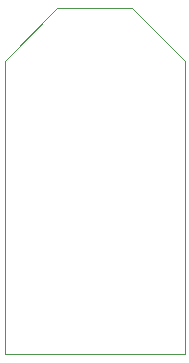
<source format=gbr>
%TF.GenerationSoftware,KiCad,Pcbnew,8.0.4*%
%TF.CreationDate,2024-08-04T00:04:10+10:00*%
%TF.ProjectId,EVQWKL001-breadboard,45565157-4b4c-4303-9031-2d6272656164,rev?*%
%TF.SameCoordinates,Original*%
%TF.FileFunction,Profile,NP*%
%FSLAX46Y46*%
G04 Gerber Fmt 4.6, Leading zero omitted, Abs format (unit mm)*
G04 Created by KiCad (PCBNEW 8.0.4) date 2024-08-04 00:04:10*
%MOMM*%
%LPD*%
G01*
G04 APERTURE LIST*
%TA.AperFunction,Profile*%
%ADD10C,0.050000*%
%TD*%
G04 APERTURE END LIST*
D10*
X78740000Y-70545000D02*
X93980000Y-70545000D01*
X93980000Y-70545000D02*
X93980000Y-45720000D01*
X78740000Y-70545000D02*
X78740000Y-45720000D01*
X89535000Y-41275000D02*
X83185000Y-41275000D01*
X93980000Y-45720000D02*
X89535000Y-41275000D01*
X78740000Y-45720000D02*
X83185000Y-41275000D01*
M02*

</source>
